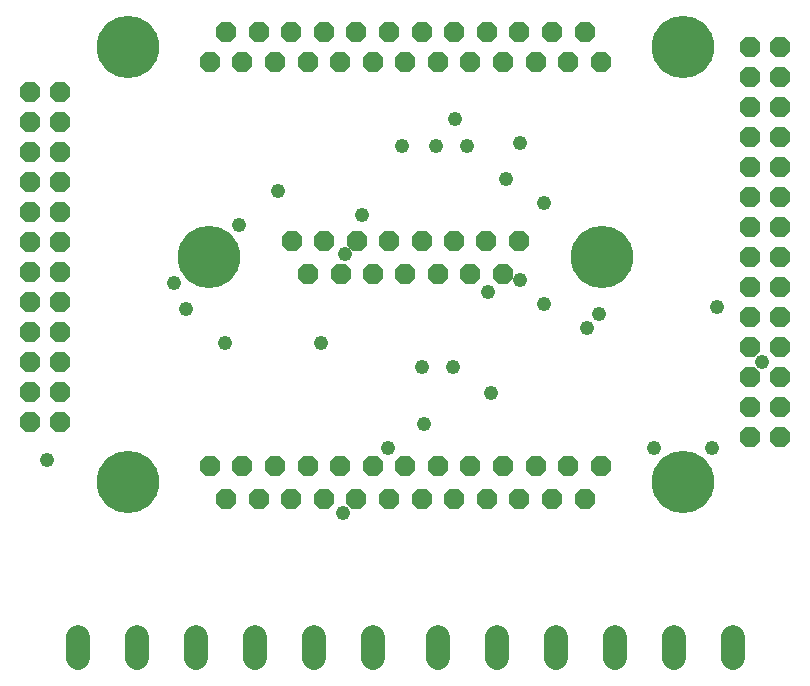
<source format=gbs>
G75*
G70*
%OFA0B0*%
%FSLAX24Y24*%
%IPPOS*%
%LPD*%
%AMOC8*
5,1,8,0,0,1.08239X$1,22.5*
%
%ADD10OC8,0.0680*%
%ADD11C,0.2080*%
%ADD12C,0.0785*%
%ADD13C,0.0480*%
D10*
X007620Y007700D03*
X008710Y007700D03*
X009800Y007700D03*
X010880Y007700D03*
X011970Y007700D03*
X013060Y007700D03*
X014140Y007700D03*
X015230Y007700D03*
X016320Y007700D03*
X017400Y007700D03*
X018490Y007700D03*
X019580Y007700D03*
X020120Y008820D03*
X019030Y008820D03*
X017950Y008820D03*
X016860Y008820D03*
X015770Y008820D03*
X014690Y008820D03*
X013600Y008820D03*
X012510Y008820D03*
X011430Y008820D03*
X010340Y008820D03*
X009250Y008820D03*
X008170Y008820D03*
X007080Y008820D03*
X002100Y010260D03*
X002100Y011260D03*
X002100Y012260D03*
X001100Y012260D03*
X001100Y011260D03*
X001100Y010260D03*
X001100Y013260D03*
X001100Y014260D03*
X001100Y015260D03*
X002100Y015260D03*
X002100Y014260D03*
X002100Y013260D03*
X002100Y016260D03*
X002100Y017260D03*
X002100Y018260D03*
X001100Y018260D03*
X001100Y017260D03*
X001100Y016260D03*
X001100Y019260D03*
X001100Y020260D03*
X002100Y020260D03*
X002100Y019260D03*
X002100Y021260D03*
X001100Y021260D03*
X007080Y022260D03*
X007620Y023260D03*
X008170Y022260D03*
X008710Y023260D03*
X009250Y022260D03*
X009800Y023260D03*
X010340Y022260D03*
X010880Y023260D03*
X011430Y022260D03*
X011970Y023260D03*
X012510Y022260D03*
X013060Y023260D03*
X013600Y022260D03*
X014140Y023260D03*
X014690Y022260D03*
X015230Y023260D03*
X015770Y022260D03*
X016320Y023260D03*
X016860Y022260D03*
X017400Y023260D03*
X017950Y022260D03*
X018490Y023260D03*
X019030Y022260D03*
X019580Y023260D03*
X020120Y022260D03*
X025100Y021760D03*
X025100Y020760D03*
X025100Y019760D03*
X025100Y018760D03*
X025100Y017760D03*
X025100Y016760D03*
X025100Y015760D03*
X025100Y014760D03*
X025100Y013760D03*
X025100Y012760D03*
X025100Y011760D03*
X025100Y010760D03*
X025100Y009760D03*
X026100Y009760D03*
X026100Y010760D03*
X026100Y011760D03*
X026100Y012760D03*
X026100Y013760D03*
X026100Y014760D03*
X026100Y015760D03*
X026100Y016760D03*
X026100Y017760D03*
X026100Y018760D03*
X026100Y019760D03*
X026100Y020760D03*
X026100Y021760D03*
X026100Y022760D03*
X025100Y022760D03*
X017380Y016320D03*
X016300Y016320D03*
X015220Y016320D03*
X014140Y016320D03*
X013060Y016320D03*
X011980Y016320D03*
X010900Y016320D03*
X009820Y016320D03*
X010360Y015200D03*
X011440Y015200D03*
X012520Y015200D03*
X013600Y015200D03*
X014680Y015200D03*
X015760Y015200D03*
X016840Y015200D03*
D11*
X020160Y015760D03*
X022860Y022760D03*
X022860Y008260D03*
X007040Y015760D03*
X004340Y022760D03*
X004340Y008260D03*
D12*
X002679Y003113D02*
X002679Y002408D01*
X004647Y002408D02*
X004647Y003113D01*
X006616Y003113D02*
X006616Y002408D01*
X008584Y002408D02*
X008584Y003113D01*
X010553Y003113D02*
X010553Y002408D01*
X012521Y002408D02*
X012521Y003113D01*
X014679Y003113D02*
X014679Y002408D01*
X016647Y002408D02*
X016647Y003113D01*
X018616Y003113D02*
X018616Y002408D01*
X020584Y002408D02*
X020584Y003113D01*
X022553Y003113D02*
X022553Y002408D01*
X024521Y002408D02*
X024521Y003113D01*
D13*
X023830Y009400D03*
X021900Y009400D03*
X019660Y013400D03*
X020060Y013880D03*
X018220Y014200D03*
X017420Y015000D03*
X016370Y014600D03*
X015180Y012120D03*
X014140Y012120D03*
X014220Y010200D03*
X013010Y009400D03*
X011510Y007240D03*
X016460Y011240D03*
X011580Y015880D03*
X012140Y017160D03*
X013500Y019480D03*
X014620Y019480D03*
X015660Y019480D03*
X015260Y020360D03*
X016940Y018360D03*
X017420Y019560D03*
X018220Y017560D03*
X023980Y014120D03*
X025500Y012280D03*
X010780Y012920D03*
X007580Y012920D03*
X006300Y014040D03*
X005900Y014920D03*
X008060Y016840D03*
X009340Y017960D03*
X001660Y009000D03*
M02*

</source>
